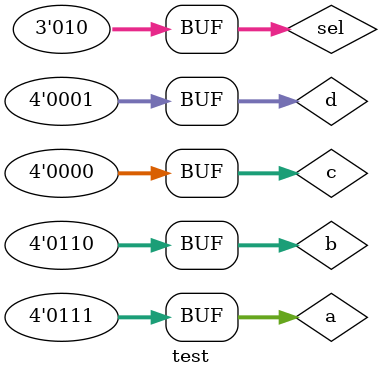
<source format=v>
module test();
reg [3:0] a;
reg [3:0] b;
reg [3:0] c;
reg [3:0] d;
reg [2:0] sel;
wire [4:0] out;


// connect test with logic inside "fulladder" module
Mux connect(
.a(a), .b(b), .c(c), .d(d), .sel(sel), .out(out)
);


initial begin

a = 3'b100;
b = 3'b010;
c = 3'b001;
d = 3'b110;
sel = 2'b01;
#10;

a = 3'b101;
b = 3'b011;
c = 3'b101;
d = 3'b100;
sel = 2'b11;
#10;

a = 3'b111;
b = 3'b110;
c = 3'b000;
d = 3'b001;
sel = 2'b10;
#10;
end
endmodule
</source>
